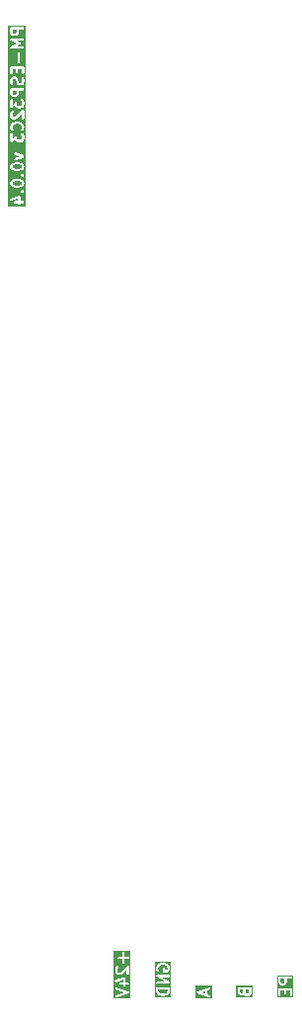
<source format=gbr>
%TF.GenerationSoftware,KiCad,Pcbnew,8.0.7-8.0.7-0~ubuntu24.04.1*%
%TF.CreationDate,2025-01-21T08:38:03+03:00*%
%TF.ProjectId,PM-ESPC3,504d2d45-5350-4433-932e-6b696361645f,rev?*%
%TF.SameCoordinates,Original*%
%TF.FileFunction,Legend,Bot*%
%TF.FilePolarity,Positive*%
%FSLAX46Y46*%
G04 Gerber Fmt 4.6, Leading zero omitted, Abs format (unit mm)*
G04 Created by KiCad (PCBNEW 8.0.7-8.0.7-0~ubuntu24.04.1) date 2025-01-21 08:38:03*
%MOMM*%
%LPD*%
G01*
G04 APERTURE LIST*
%ADD10C,0.200000*%
%ADD11R,1.500000X1.500000*%
%ADD12C,1.500000*%
%ADD13O,1.000000X1.700000*%
%ADD14C,2.000000*%
%ADD15C,1.700000*%
%ADD16R,1.700000X1.700000*%
%ADD17O,1.700000X1.700000*%
G04 APERTURE END LIST*
D10*
G36*
X21852219Y-46963862D02*
G01*
X21822414Y-47023471D01*
X21797746Y-47048138D01*
X21738135Y-47077945D01*
X21642492Y-47077945D01*
X21582882Y-47048140D01*
X21563430Y-47028688D01*
X21528409Y-46923623D01*
X21528409Y-46706517D01*
X21852219Y-46706517D01*
X21852219Y-46963862D01*
G37*
G36*
X21328409Y-46916243D02*
G01*
X21298604Y-46975852D01*
X21273935Y-47000520D01*
X21214326Y-47030326D01*
X21166302Y-47030326D01*
X21106692Y-47000521D01*
X21082024Y-46975852D01*
X21052219Y-46916242D01*
X21052219Y-46706517D01*
X21328409Y-46706517D01*
X21328409Y-46916243D01*
G37*
G36*
X22163330Y-47389056D02*
G01*
X20741108Y-47389056D01*
X20741108Y-46606517D01*
X20852219Y-46606517D01*
X20852219Y-46939850D01*
X20854140Y-46959359D01*
X20855515Y-46962679D01*
X20855770Y-46966263D01*
X20862776Y-46984571D01*
X20910395Y-47079809D01*
X20915680Y-47088205D01*
X20916691Y-47090645D01*
X20918944Y-47093391D01*
X20920838Y-47096399D01*
X20922832Y-47098128D01*
X20929127Y-47105799D01*
X20976746Y-47153417D01*
X20984412Y-47159709D01*
X20986145Y-47161707D01*
X20989153Y-47163600D01*
X20991899Y-47165854D01*
X20994339Y-47166864D01*
X21002736Y-47172150D01*
X21097973Y-47219769D01*
X21116282Y-47226775D01*
X21119865Y-47227029D01*
X21123186Y-47228405D01*
X21142695Y-47230326D01*
X21237933Y-47230326D01*
X21257442Y-47228405D01*
X21260762Y-47227029D01*
X21264346Y-47226775D01*
X21282654Y-47219769D01*
X21377892Y-47172150D01*
X21386288Y-47166864D01*
X21388728Y-47165854D01*
X21391474Y-47163600D01*
X21394482Y-47161707D01*
X21396211Y-47159712D01*
X21403882Y-47153418D01*
X21404670Y-47152629D01*
X21405317Y-47153418D01*
X21452936Y-47201036D01*
X21460602Y-47207328D01*
X21462335Y-47209326D01*
X21465343Y-47211219D01*
X21468089Y-47213473D01*
X21470529Y-47214483D01*
X21478926Y-47219769D01*
X21574163Y-47267388D01*
X21592472Y-47274394D01*
X21596055Y-47274648D01*
X21599376Y-47276024D01*
X21618885Y-47277945D01*
X21761742Y-47277945D01*
X21781251Y-47276024D01*
X21784571Y-47274648D01*
X21788155Y-47274394D01*
X21806463Y-47267388D01*
X21901701Y-47219769D01*
X21910093Y-47214485D01*
X21912537Y-47213474D01*
X21915286Y-47211217D01*
X21918291Y-47209326D01*
X21920020Y-47207331D01*
X21927690Y-47201037D01*
X21975310Y-47153419D01*
X21981603Y-47145750D01*
X21983600Y-47144019D01*
X21985493Y-47141010D01*
X21987747Y-47138265D01*
X21988757Y-47135824D01*
X21994043Y-47127428D01*
X22041662Y-47032191D01*
X22048668Y-47013882D01*
X22048922Y-47010298D01*
X22050298Y-47006978D01*
X22052219Y-46987469D01*
X22052219Y-46606517D01*
X22050298Y-46587008D01*
X22035366Y-46550960D01*
X22007776Y-46523370D01*
X21971728Y-46508438D01*
X21952219Y-46506517D01*
X20952219Y-46506517D01*
X20932710Y-46508438D01*
X20896662Y-46523370D01*
X20869072Y-46550960D01*
X20854140Y-46587008D01*
X20852219Y-46606517D01*
X20741108Y-46606517D01*
X20741108Y-46395406D01*
X22163330Y-46395406D01*
X22163330Y-47389056D01*
G37*
G36*
X24876028Y-46059100D02*
G01*
X24846223Y-46118709D01*
X24821554Y-46143377D01*
X24761945Y-46173183D01*
X24666302Y-46173183D01*
X24606692Y-46143378D01*
X24582024Y-46118709D01*
X24552219Y-46059099D01*
X24552219Y-45801755D01*
X24876028Y-45801755D01*
X24876028Y-46059100D01*
G37*
G36*
X25663330Y-47387135D02*
G01*
X24241108Y-47387135D01*
X24241108Y-46701755D01*
X24352219Y-46701755D01*
X24352219Y-47177945D01*
X24354140Y-47197454D01*
X24369072Y-47233502D01*
X24396662Y-47261092D01*
X24432710Y-47276024D01*
X24471728Y-47276024D01*
X24507776Y-47261092D01*
X24535366Y-47233502D01*
X24550298Y-47197454D01*
X24552219Y-47177945D01*
X24552219Y-46801755D01*
X24828409Y-46801755D01*
X24828409Y-47035088D01*
X24830330Y-47054597D01*
X24845262Y-47090645D01*
X24872852Y-47118235D01*
X24908900Y-47133167D01*
X24947918Y-47133167D01*
X24983966Y-47118235D01*
X25011556Y-47090645D01*
X25026488Y-47054597D01*
X25028409Y-47035088D01*
X25028409Y-46801755D01*
X25352219Y-46801755D01*
X25352219Y-47177945D01*
X25354140Y-47197454D01*
X25369072Y-47233502D01*
X25396662Y-47261092D01*
X25432710Y-47276024D01*
X25471728Y-47276024D01*
X25507776Y-47261092D01*
X25535366Y-47233502D01*
X25550298Y-47197454D01*
X25552219Y-47177945D01*
X25552219Y-46701755D01*
X25550298Y-46682246D01*
X25535366Y-46646198D01*
X25507776Y-46618608D01*
X25471728Y-46603676D01*
X25452219Y-46601755D01*
X24452219Y-46601755D01*
X24432710Y-46603676D01*
X24396662Y-46618608D01*
X24369072Y-46646198D01*
X24354140Y-46682246D01*
X24352219Y-46701755D01*
X24241108Y-46701755D01*
X24241108Y-45701755D01*
X24352219Y-45701755D01*
X24352219Y-46082707D01*
X24354140Y-46102216D01*
X24355515Y-46105536D01*
X24355770Y-46109120D01*
X24362776Y-46127428D01*
X24410395Y-46222666D01*
X24415680Y-46231062D01*
X24416691Y-46233502D01*
X24418944Y-46236248D01*
X24420838Y-46239256D01*
X24422832Y-46240985D01*
X24429127Y-46248656D01*
X24476746Y-46296274D01*
X24484412Y-46302566D01*
X24486145Y-46304564D01*
X24489153Y-46306457D01*
X24491899Y-46308711D01*
X24494339Y-46309721D01*
X24502736Y-46315007D01*
X24597973Y-46362626D01*
X24616282Y-46369632D01*
X24619865Y-46369886D01*
X24623186Y-46371262D01*
X24642695Y-46373183D01*
X24785552Y-46373183D01*
X24805061Y-46371262D01*
X24808381Y-46369886D01*
X24811965Y-46369632D01*
X24830273Y-46362626D01*
X24925511Y-46315007D01*
X24933907Y-46309721D01*
X24936347Y-46308711D01*
X24939093Y-46306457D01*
X24942101Y-46304564D01*
X24943830Y-46302569D01*
X24951501Y-46296275D01*
X24999119Y-46248656D01*
X25005411Y-46240989D01*
X25007409Y-46239257D01*
X25009302Y-46236248D01*
X25011556Y-46233503D01*
X25012566Y-46231062D01*
X25017852Y-46222666D01*
X25065471Y-46127429D01*
X25072477Y-46109120D01*
X25072731Y-46105536D01*
X25074107Y-46102216D01*
X25076028Y-46082707D01*
X25076028Y-45801755D01*
X25452219Y-45801755D01*
X25471728Y-45799834D01*
X25507776Y-45784902D01*
X25535366Y-45757312D01*
X25550298Y-45721264D01*
X25550298Y-45682246D01*
X25535366Y-45646198D01*
X25507776Y-45618608D01*
X25471728Y-45603676D01*
X25452219Y-45601755D01*
X24452219Y-45601755D01*
X24432710Y-45603676D01*
X24396662Y-45618608D01*
X24369072Y-45646198D01*
X24354140Y-45682246D01*
X24352219Y-45701755D01*
X24241108Y-45701755D01*
X24241108Y-45490644D01*
X25663330Y-45490644D01*
X25663330Y-47387135D01*
G37*
G36*
X2226837Y22488357D02*
G01*
X2297746Y22452902D01*
X2322414Y22428235D01*
X2352219Y22368625D01*
X2352219Y22320601D01*
X2322414Y22260992D01*
X2297746Y22236325D01*
X2226837Y22200870D01*
X2058956Y22158899D01*
X1845480Y22158899D01*
X1677599Y22200870D01*
X1606692Y22236323D01*
X1582024Y22260992D01*
X1552219Y22320602D01*
X1552219Y22368625D01*
X1582024Y22428235D01*
X1606692Y22452904D01*
X1677599Y22488357D01*
X1845480Y22530327D01*
X2058956Y22530327D01*
X2226837Y22488357D01*
G37*
G36*
X2226837Y23916928D02*
G01*
X2297746Y23881473D01*
X2322414Y23856806D01*
X2352219Y23797196D01*
X2352219Y23749172D01*
X2322414Y23689563D01*
X2297746Y23664896D01*
X2226837Y23629441D01*
X2058956Y23587470D01*
X1845480Y23587470D01*
X1677599Y23629441D01*
X1606692Y23664894D01*
X1582024Y23689563D01*
X1552219Y23749173D01*
X1552219Y23797196D01*
X1582024Y23856806D01*
X1606692Y23881475D01*
X1677599Y23916928D01*
X1845480Y23958898D01*
X2058956Y23958898D01*
X2226837Y23916928D01*
G37*
G36*
X1876028Y30034887D02*
G01*
X1846223Y29975278D01*
X1821554Y29950610D01*
X1761945Y29920804D01*
X1666302Y29920804D01*
X1606692Y29950609D01*
X1582024Y29975278D01*
X1552219Y30034888D01*
X1552219Y30292232D01*
X1876028Y30292232D01*
X1876028Y30034887D01*
G37*
G36*
X1876028Y35272982D02*
G01*
X1846223Y35213373D01*
X1821554Y35188705D01*
X1761945Y35158899D01*
X1666302Y35158899D01*
X1606692Y35188704D01*
X1582024Y35213373D01*
X1552219Y35272983D01*
X1552219Y35530327D01*
X1876028Y35530327D01*
X1876028Y35272982D01*
G37*
G36*
X2663330Y20373519D02*
G01*
X1194274Y20373519D01*
X1194274Y20951154D01*
X1305385Y20951154D01*
X1317723Y20914138D01*
X1343288Y20884662D01*
X1378187Y20867212D01*
X1417107Y20864446D01*
X1436223Y20868793D01*
X2018885Y21063014D01*
X2018885Y20825566D01*
X1785552Y20825566D01*
X1766043Y20823645D01*
X1729995Y20808713D01*
X1702405Y20781123D01*
X1687473Y20745075D01*
X1687473Y20706057D01*
X1702405Y20670009D01*
X1729995Y20642419D01*
X1766043Y20627487D01*
X1785552Y20625566D01*
X2018885Y20625566D01*
X2018885Y20582709D01*
X2020806Y20563200D01*
X2035738Y20527152D01*
X2063328Y20499562D01*
X2099376Y20484630D01*
X2138394Y20484630D01*
X2174442Y20499562D01*
X2202032Y20527152D01*
X2216964Y20563200D01*
X2218885Y20582709D01*
X2218885Y20625566D01*
X2452219Y20625566D01*
X2471728Y20627487D01*
X2507776Y20642419D01*
X2535366Y20670009D01*
X2550298Y20706057D01*
X2550298Y20745075D01*
X2535366Y20781123D01*
X2507776Y20808713D01*
X2471728Y20823645D01*
X2452219Y20825566D01*
X2218885Y20825566D01*
X2218885Y21201756D01*
X2217912Y21211630D01*
X2218100Y21214263D01*
X2217466Y21216165D01*
X2216964Y21221265D01*
X2210828Y21236078D01*
X2205761Y21251279D01*
X2203407Y21253993D01*
X2202032Y21257313D01*
X2190693Y21268652D01*
X2180196Y21280755D01*
X2176983Y21282362D01*
X2174442Y21284903D01*
X2159627Y21291040D01*
X2145297Y21298205D01*
X2141714Y21298460D01*
X2138394Y21299835D01*
X2122361Y21299835D01*
X2106377Y21300971D01*
X2101382Y21299835D01*
X2099376Y21299835D01*
X2096934Y21298824D01*
X2087262Y21296624D01*
X1372977Y21058529D01*
X1355077Y21050538D01*
X1325601Y21024973D01*
X1308151Y20990074D01*
X1305385Y20951154D01*
X1194274Y20951154D01*
X1194274Y21649836D01*
X2258901Y21649836D01*
X2258901Y21610818D01*
X2260385Y21607235D01*
X2273832Y21574770D01*
X2273833Y21574769D01*
X2286270Y21559616D01*
X2333890Y21511997D01*
X2349043Y21499560D01*
X2374533Y21489003D01*
X2385091Y21484629D01*
X2385092Y21484629D01*
X2424109Y21484629D01*
X2445226Y21493377D01*
X2460158Y21499561D01*
X2460162Y21499566D01*
X2475311Y21511997D01*
X2522929Y21559616D01*
X2535366Y21574769D01*
X2546735Y21602217D01*
X2550298Y21610818D01*
X2550298Y21649836D01*
X2535366Y21685884D01*
X2535366Y21685885D01*
X2522929Y21701038D01*
X2475311Y21748657D01*
X2460162Y21761089D01*
X2460158Y21761093D01*
X2445226Y21767278D01*
X2424109Y21776025D01*
X2385091Y21776025D01*
X2374533Y21771652D01*
X2349043Y21761094D01*
X2333890Y21748657D01*
X2286270Y21701038D01*
X2273833Y21685885D01*
X2273832Y21685884D01*
X2263274Y21660394D01*
X2258901Y21649836D01*
X1194274Y21649836D01*
X1194274Y22392232D01*
X1352219Y22392232D01*
X1352219Y22296994D01*
X1354140Y22277485D01*
X1355515Y22274165D01*
X1355770Y22270581D01*
X1362776Y22252273D01*
X1410395Y22157035D01*
X1415680Y22148639D01*
X1416691Y22146199D01*
X1418944Y22143453D01*
X1420838Y22140445D01*
X1422832Y22138716D01*
X1429127Y22131045D01*
X1476746Y22083427D01*
X1484412Y22077135D01*
X1486145Y22075137D01*
X1489153Y22073244D01*
X1491899Y22070990D01*
X1494339Y22069980D01*
X1502736Y22064694D01*
X1597973Y22017075D01*
X1599401Y22016529D01*
X1599981Y22016099D01*
X1608157Y22013178D01*
X1616282Y22010069D01*
X1617002Y22010018D01*
X1618441Y22009504D01*
X1808917Y21961885D01*
X1812298Y21961385D01*
X1813662Y21960820D01*
X1821012Y21960097D01*
X1828310Y21959017D01*
X1829768Y21959235D01*
X1833171Y21958899D01*
X2071266Y21958899D01*
X2074668Y21959235D01*
X2076127Y21959017D01*
X2083424Y21960097D01*
X2090775Y21960820D01*
X2092138Y21961385D01*
X2095520Y21961885D01*
X2285995Y22009504D01*
X2287432Y22010018D01*
X2288155Y22010069D01*
X2296279Y22013178D01*
X2304456Y22016099D01*
X2305036Y22016530D01*
X2306463Y22017075D01*
X2401701Y22064694D01*
X2410093Y22069978D01*
X2412537Y22070989D01*
X2415286Y22073246D01*
X2418291Y22075137D01*
X2420020Y22077132D01*
X2427690Y22083426D01*
X2475310Y22131044D01*
X2481603Y22138713D01*
X2483600Y22140444D01*
X2485493Y22143453D01*
X2487747Y22146198D01*
X2488757Y22148639D01*
X2494043Y22157035D01*
X2541662Y22252272D01*
X2548668Y22270581D01*
X2548922Y22274165D01*
X2550298Y22277485D01*
X2552219Y22296994D01*
X2552219Y22392232D01*
X2550298Y22411741D01*
X2548922Y22415062D01*
X2548668Y22418645D01*
X2541662Y22436954D01*
X2494043Y22532191D01*
X2488757Y22540588D01*
X2487747Y22543028D01*
X2485493Y22545774D01*
X2483600Y22548782D01*
X2481603Y22550514D01*
X2475310Y22558182D01*
X2427690Y22605800D01*
X2420020Y22612095D01*
X2418291Y22614089D01*
X2415286Y22615981D01*
X2412537Y22618237D01*
X2410093Y22619249D01*
X2401701Y22624532D01*
X2306463Y22672151D01*
X2305036Y22672697D01*
X2304456Y22673127D01*
X2296279Y22676049D01*
X2288155Y22679157D01*
X2287432Y22679209D01*
X2285995Y22679722D01*
X2095520Y22727341D01*
X2092138Y22727842D01*
X2090775Y22728406D01*
X2083424Y22729130D01*
X2076127Y22730209D01*
X2074668Y22729992D01*
X2071266Y22730327D01*
X1833171Y22730327D01*
X1829768Y22729992D01*
X1828310Y22730209D01*
X1821012Y22729130D01*
X1813662Y22728406D01*
X1812298Y22727842D01*
X1808917Y22727341D01*
X1618441Y22679722D01*
X1617002Y22679209D01*
X1616282Y22679157D01*
X1608157Y22676049D01*
X1599981Y22673127D01*
X1599401Y22672698D01*
X1597973Y22672151D01*
X1502736Y22624532D01*
X1494339Y22619247D01*
X1491899Y22618236D01*
X1489153Y22615983D01*
X1486145Y22614089D01*
X1484412Y22612092D01*
X1476746Y22605799D01*
X1429127Y22558181D01*
X1422832Y22550511D01*
X1420838Y22548781D01*
X1418944Y22545774D01*
X1416691Y22543027D01*
X1415680Y22540588D01*
X1410395Y22532191D01*
X1362776Y22436953D01*
X1355770Y22418645D01*
X1355515Y22415062D01*
X1354140Y22411741D01*
X1352219Y22392232D01*
X1194274Y22392232D01*
X1194274Y23078407D01*
X2258901Y23078407D01*
X2258901Y23039389D01*
X2260385Y23035806D01*
X2273832Y23003341D01*
X2273833Y23003340D01*
X2286270Y22988187D01*
X2333890Y22940568D01*
X2349043Y22928131D01*
X2374533Y22917574D01*
X2385091Y22913200D01*
X2385092Y22913200D01*
X2424109Y22913200D01*
X2445226Y22921948D01*
X2460158Y22928132D01*
X2460162Y22928137D01*
X2475311Y22940568D01*
X2522929Y22988187D01*
X2535366Y23003340D01*
X2546735Y23030788D01*
X2550298Y23039389D01*
X2550298Y23078407D01*
X2535366Y23114455D01*
X2535366Y23114456D01*
X2522929Y23129609D01*
X2475311Y23177228D01*
X2460162Y23189660D01*
X2460158Y23189664D01*
X2445226Y23195849D01*
X2424109Y23204596D01*
X2385091Y23204596D01*
X2374533Y23200223D01*
X2349043Y23189665D01*
X2333890Y23177228D01*
X2286270Y23129609D01*
X2273833Y23114456D01*
X2273832Y23114455D01*
X2263274Y23088965D01*
X2258901Y23078407D01*
X1194274Y23078407D01*
X1194274Y23820803D01*
X1352219Y23820803D01*
X1352219Y23725565D01*
X1354140Y23706056D01*
X1355515Y23702736D01*
X1355770Y23699152D01*
X1362776Y23680844D01*
X1410395Y23585606D01*
X1415680Y23577210D01*
X1416691Y23574770D01*
X1418944Y23572024D01*
X1420838Y23569016D01*
X1422832Y23567287D01*
X1429127Y23559616D01*
X1476746Y23511998D01*
X1484412Y23505706D01*
X1486145Y23503708D01*
X1489153Y23501815D01*
X1491899Y23499561D01*
X1494339Y23498551D01*
X1502736Y23493265D01*
X1597973Y23445646D01*
X1599401Y23445100D01*
X1599981Y23444670D01*
X1608157Y23441749D01*
X1616282Y23438640D01*
X1617002Y23438589D01*
X1618441Y23438075D01*
X1808917Y23390456D01*
X1812298Y23389956D01*
X1813662Y23389391D01*
X1821012Y23388668D01*
X1828310Y23387588D01*
X1829768Y23387806D01*
X1833171Y23387470D01*
X2071266Y23387470D01*
X2074668Y23387806D01*
X2076127Y23387588D01*
X2083424Y23388668D01*
X2090775Y23389391D01*
X2092138Y23389956D01*
X2095520Y23390456D01*
X2285995Y23438075D01*
X2287432Y23438589D01*
X2288155Y23438640D01*
X2296279Y23441749D01*
X2304456Y23444670D01*
X2305036Y23445101D01*
X2306463Y23445646D01*
X2401701Y23493265D01*
X2410093Y23498549D01*
X2412537Y23499560D01*
X2415286Y23501817D01*
X2418291Y23503708D01*
X2420020Y23505703D01*
X2427690Y23511997D01*
X2475310Y23559615D01*
X2481603Y23567284D01*
X2483600Y23569015D01*
X2485493Y23572024D01*
X2487747Y23574769D01*
X2488757Y23577210D01*
X2494043Y23585606D01*
X2541662Y23680843D01*
X2548668Y23699152D01*
X2548922Y23702736D01*
X2550298Y23706056D01*
X2552219Y23725565D01*
X2552219Y23820803D01*
X2550298Y23840312D01*
X2548922Y23843633D01*
X2548668Y23847216D01*
X2541662Y23865525D01*
X2494043Y23960762D01*
X2488757Y23969159D01*
X2487747Y23971599D01*
X2485493Y23974345D01*
X2483600Y23977353D01*
X2481603Y23979085D01*
X2475310Y23986753D01*
X2427690Y24034371D01*
X2420020Y24040666D01*
X2418291Y24042660D01*
X2415286Y24044552D01*
X2412537Y24046808D01*
X2410093Y24047820D01*
X2401701Y24053103D01*
X2306463Y24100722D01*
X2305036Y24101268D01*
X2304456Y24101698D01*
X2296279Y24104620D01*
X2288155Y24107728D01*
X2287432Y24107780D01*
X2285995Y24108293D01*
X2095520Y24155912D01*
X2092138Y24156413D01*
X2090775Y24156977D01*
X2083424Y24157701D01*
X2076127Y24158780D01*
X2074668Y24158563D01*
X2071266Y24158898D01*
X1833171Y24158898D01*
X1829768Y24158563D01*
X1828310Y24158780D01*
X1821012Y24157701D01*
X1813662Y24156977D01*
X1812298Y24156413D01*
X1808917Y24155912D01*
X1618441Y24108293D01*
X1617002Y24107780D01*
X1616282Y24107728D01*
X1608157Y24104620D01*
X1599981Y24101698D01*
X1599401Y24101269D01*
X1597973Y24100722D01*
X1502736Y24053103D01*
X1494339Y24047818D01*
X1491899Y24046807D01*
X1489153Y24044554D01*
X1486145Y24042660D01*
X1484412Y24040663D01*
X1476746Y24034370D01*
X1429127Y23986752D01*
X1422832Y23979082D01*
X1420838Y23977352D01*
X1418944Y23974345D01*
X1416691Y23971598D01*
X1415680Y23969159D01*
X1410395Y23960762D01*
X1362776Y23865524D01*
X1355770Y23847216D01*
X1355515Y23843633D01*
X1354140Y23840312D01*
X1352219Y23820803D01*
X1194274Y23820803D01*
X1194274Y24883037D01*
X1686625Y24883037D01*
X1688563Y24844067D01*
X1705266Y24808805D01*
X1734192Y24782618D01*
X1751918Y24774248D01*
X2154897Y24630327D01*
X1751918Y24486406D01*
X1734192Y24478036D01*
X1705266Y24451849D01*
X1688563Y24416587D01*
X1686625Y24377617D01*
X1699748Y24340872D01*
X1725935Y24311946D01*
X1761197Y24295243D01*
X1800167Y24293305D01*
X1819186Y24298058D01*
X2485852Y24536153D01*
X2503579Y24544523D01*
X2507301Y24547894D01*
X2511836Y24550041D01*
X2521657Y24560891D01*
X2532504Y24570710D01*
X2534651Y24575245D01*
X2538022Y24578967D01*
X2542943Y24592749D01*
X2549208Y24605972D01*
X2549457Y24610987D01*
X2551145Y24615712D01*
X2550418Y24630327D01*
X2551145Y24644942D01*
X2549457Y24649668D01*
X2549208Y24654682D01*
X2542943Y24667906D01*
X2538022Y24681687D01*
X2534651Y24685410D01*
X2532504Y24689944D01*
X2521657Y24699764D01*
X2511836Y24710613D01*
X2507301Y24712761D01*
X2503579Y24716131D01*
X2485852Y24724501D01*
X1819186Y24962596D01*
X1800167Y24967349D01*
X1761197Y24965411D01*
X1725935Y24948708D01*
X1699748Y24919782D01*
X1686625Y24883037D01*
X1194274Y24883037D01*
X1194274Y26582708D01*
X1352219Y26582708D01*
X1352219Y25963661D01*
X1353234Y25953344D01*
X1353060Y25950719D01*
X1353671Y25948912D01*
X1354140Y25944152D01*
X1360355Y25929147D01*
X1365560Y25913758D01*
X1367781Y25911219D01*
X1369072Y25908104D01*
X1380556Y25896620D01*
X1391254Y25884394D01*
X1394277Y25882899D01*
X1396662Y25880514D01*
X1411668Y25874298D01*
X1426229Y25867097D01*
X1429594Y25866873D01*
X1432710Y25865582D01*
X1448958Y25865582D01*
X1465161Y25864502D01*
X1468354Y25865582D01*
X1471728Y25865582D01*
X1486733Y25871798D01*
X1502122Y25877002D01*
X1506012Y25879784D01*
X1507776Y25880514D01*
X1509635Y25882374D01*
X1518069Y25888403D01*
X1751923Y26093026D01*
X1791347Y26014178D01*
X1796632Y26005782D01*
X1797643Y26003342D01*
X1799896Y26000596D01*
X1801790Y25997588D01*
X1803784Y25995859D01*
X1810079Y25988188D01*
X1857698Y25940570D01*
X1865364Y25934278D01*
X1867097Y25932280D01*
X1870105Y25930387D01*
X1872851Y25928133D01*
X1875291Y25927123D01*
X1883688Y25921837D01*
X1978925Y25874218D01*
X1997234Y25867212D01*
X2000817Y25866958D01*
X2004138Y25865582D01*
X2023647Y25863661D01*
X2261742Y25863661D01*
X2281251Y25865582D01*
X2284571Y25866958D01*
X2288155Y25867212D01*
X2306463Y25874218D01*
X2401701Y25921837D01*
X2410093Y25927121D01*
X2412537Y25928132D01*
X2415286Y25930389D01*
X2418291Y25932280D01*
X2420020Y25934275D01*
X2427690Y25940569D01*
X2475310Y25988187D01*
X2481603Y25995856D01*
X2483600Y25997587D01*
X2485493Y26000596D01*
X2487747Y26003341D01*
X2488757Y26005782D01*
X2494043Y26014178D01*
X2541662Y26109415D01*
X2548668Y26127724D01*
X2548922Y26131308D01*
X2550298Y26134628D01*
X2552219Y26154137D01*
X2552219Y26439851D01*
X2550298Y26459360D01*
X2548922Y26462681D01*
X2548668Y26466264D01*
X2541662Y26484573D01*
X2494043Y26579810D01*
X2488757Y26588207D01*
X2487747Y26590647D01*
X2485493Y26593393D01*
X2483600Y26596401D01*
X2481603Y26598133D01*
X2475310Y26605801D01*
X2427690Y26653419D01*
X2412537Y26665856D01*
X2376488Y26680787D01*
X2337470Y26680786D01*
X2301422Y26665855D01*
X2273832Y26638265D01*
X2258901Y26602216D01*
X2258902Y26563198D01*
X2273833Y26527150D01*
X2286270Y26511997D01*
X2322414Y26475854D01*
X2352219Y26416244D01*
X2352219Y26177744D01*
X2322414Y26118135D01*
X2297746Y26093468D01*
X2238135Y26063661D01*
X2047254Y26063661D01*
X1987644Y26093466D01*
X1962976Y26118135D01*
X1933171Y26177745D01*
X1933171Y26296994D01*
X1932155Y26307312D01*
X1932330Y26309936D01*
X1931718Y26311744D01*
X1931250Y26316503D01*
X1925035Y26331507D01*
X1919830Y26346898D01*
X1917607Y26349438D01*
X1916318Y26352551D01*
X1904840Y26364029D01*
X1894136Y26376262D01*
X1891111Y26377758D01*
X1888728Y26380141D01*
X1873726Y26386356D01*
X1859161Y26393558D01*
X1855795Y26393783D01*
X1852680Y26395073D01*
X1836432Y26395073D01*
X1820229Y26396153D01*
X1817036Y26395073D01*
X1813662Y26395073D01*
X1798656Y26388858D01*
X1783268Y26383653D01*
X1779377Y26380872D01*
X1777614Y26380141D01*
X1775754Y26378282D01*
X1767321Y26372252D01*
X1552219Y26184038D01*
X1552219Y26582708D01*
X1550298Y26602217D01*
X1535366Y26638265D01*
X1507776Y26665855D01*
X1471728Y26680787D01*
X1432710Y26680787D01*
X1396662Y26665855D01*
X1369072Y26638265D01*
X1354140Y26602217D01*
X1352219Y26582708D01*
X1194274Y26582708D01*
X1194274Y27201756D01*
X1352219Y27201756D01*
X1352219Y27106518D01*
X1353191Y27096645D01*
X1353004Y27094011D01*
X1353791Y27090548D01*
X1354140Y27087009D01*
X1355151Y27084567D01*
X1357351Y27074895D01*
X1404970Y26932039D01*
X1412961Y26914138D01*
X1415316Y26911423D01*
X1416691Y26908104D01*
X1429127Y26892950D01*
X1476746Y26845332D01*
X1491899Y26832895D01*
X1527948Y26817964D01*
X1566966Y26817964D01*
X1603014Y26832895D01*
X1630604Y26860485D01*
X1645535Y26896533D01*
X1645535Y26935551D01*
X1630604Y26971600D01*
X1618167Y26986753D01*
X1587240Y27017680D01*
X1552219Y27122745D01*
X1552219Y27185529D01*
X1587240Y27290594D01*
X1654313Y27357666D01*
X1725218Y27393119D01*
X1893099Y27435089D01*
X2011337Y27435089D01*
X2179218Y27393119D01*
X2250127Y27357665D01*
X2317197Y27290595D01*
X2352219Y27185530D01*
X2352219Y27122745D01*
X2317197Y27017680D01*
X2286270Y26986753D01*
X2273833Y26971600D01*
X2258902Y26935552D01*
X2258901Y26896534D01*
X2273832Y26860485D01*
X2301422Y26832895D01*
X2337470Y26817964D01*
X2376488Y26817963D01*
X2412537Y26832894D01*
X2427690Y26845331D01*
X2475310Y26892949D01*
X2487747Y26908103D01*
X2489122Y26911423D01*
X2491477Y26914138D01*
X2499468Y26932038D01*
X2547087Y27074895D01*
X2549286Y27084568D01*
X2550298Y27087009D01*
X2550646Y27090547D01*
X2551434Y27094010D01*
X2551246Y27096645D01*
X2552219Y27106518D01*
X2552219Y27201756D01*
X2551246Y27211630D01*
X2551434Y27214264D01*
X2550646Y27217728D01*
X2550298Y27221265D01*
X2549286Y27223707D01*
X2547087Y27233379D01*
X2499468Y27376236D01*
X2491477Y27394136D01*
X2489122Y27396852D01*
X2487747Y27400171D01*
X2475311Y27415324D01*
X2380071Y27510562D01*
X2372401Y27516857D01*
X2370672Y27518851D01*
X2367667Y27520743D01*
X2364918Y27522999D01*
X2362474Y27524012D01*
X2354082Y27529294D01*
X2258844Y27576913D01*
X2257417Y27577459D01*
X2256837Y27577889D01*
X2248660Y27580811D01*
X2240536Y27583919D01*
X2239813Y27583971D01*
X2238376Y27584484D01*
X2047901Y27632103D01*
X2044519Y27632604D01*
X2043156Y27633168D01*
X2035805Y27633892D01*
X2028508Y27634971D01*
X2027049Y27634754D01*
X2023647Y27635089D01*
X1880790Y27635089D01*
X1877387Y27634754D01*
X1875929Y27634971D01*
X1868631Y27633892D01*
X1861281Y27633168D01*
X1859917Y27632604D01*
X1856536Y27632103D01*
X1666060Y27584484D01*
X1664621Y27583971D01*
X1663901Y27583919D01*
X1655776Y27580811D01*
X1647600Y27577889D01*
X1647020Y27577460D01*
X1645592Y27576913D01*
X1550355Y27529294D01*
X1541956Y27524008D01*
X1539519Y27522998D01*
X1536775Y27520747D01*
X1533764Y27518851D01*
X1532031Y27516854D01*
X1524365Y27510562D01*
X1429127Y27415324D01*
X1416691Y27400170D01*
X1415316Y27396852D01*
X1412961Y27394136D01*
X1404970Y27376235D01*
X1357351Y27233379D01*
X1355151Y27223708D01*
X1354140Y27221265D01*
X1353791Y27217727D01*
X1353004Y27214263D01*
X1353191Y27211630D01*
X1352219Y27201756D01*
X1194274Y27201756D01*
X1194274Y28344613D01*
X1352219Y28344613D01*
X1352219Y28106518D01*
X1354140Y28087009D01*
X1355515Y28083689D01*
X1355770Y28080105D01*
X1362776Y28061797D01*
X1410395Y27966559D01*
X1415680Y27958163D01*
X1416691Y27955723D01*
X1418944Y27952977D01*
X1420838Y27949969D01*
X1422832Y27948240D01*
X1429127Y27940569D01*
X1476746Y27892951D01*
X1484412Y27886659D01*
X1486145Y27884661D01*
X1489153Y27882768D01*
X1491899Y27880514D01*
X1494339Y27879504D01*
X1502736Y27874218D01*
X1597973Y27826599D01*
X1616282Y27819593D01*
X1619865Y27819339D01*
X1623186Y27817963D01*
X1642695Y27816042D01*
X1737933Y27816042D01*
X1747806Y27817015D01*
X1750440Y27816827D01*
X1753903Y27817615D01*
X1757442Y27817963D01*
X1759884Y27818975D01*
X1769556Y27821174D01*
X1912412Y27868793D01*
X1930313Y27876784D01*
X1933028Y27879140D01*
X1936347Y27880514D01*
X1951501Y27892950D01*
X2352219Y28293668D01*
X2352219Y27916042D01*
X2354140Y27896533D01*
X2369072Y27860485D01*
X2396662Y27832895D01*
X2432710Y27817963D01*
X2471728Y27817963D01*
X2507776Y27832895D01*
X2535366Y27860485D01*
X2550298Y27896533D01*
X2552219Y27916042D01*
X2552219Y28535089D01*
X2550298Y28554598D01*
X2535366Y28590646D01*
X2507776Y28618236D01*
X2471728Y28633168D01*
X2432710Y28633168D01*
X2396662Y28618236D01*
X2381508Y28605800D01*
X1826770Y28051064D01*
X1721706Y28016042D01*
X1666302Y28016042D01*
X1606692Y28045847D01*
X1582024Y28070516D01*
X1552219Y28130126D01*
X1552219Y28321006D01*
X1582024Y28380616D01*
X1618167Y28416759D01*
X1630604Y28431912D01*
X1645535Y28467961D01*
X1645535Y28506979D01*
X1630604Y28543027D01*
X1603014Y28570617D01*
X1566966Y28585548D01*
X1527948Y28585548D01*
X1491899Y28570617D01*
X1476746Y28558180D01*
X1429127Y28510562D01*
X1422832Y28502892D01*
X1420838Y28501162D01*
X1418944Y28498155D01*
X1416691Y28495408D01*
X1415680Y28492969D01*
X1410395Y28484572D01*
X1362776Y28389334D01*
X1355770Y28371026D01*
X1355515Y28367443D01*
X1354140Y28364122D01*
X1352219Y28344613D01*
X1194274Y28344613D01*
X1194274Y29487470D01*
X1352219Y29487470D01*
X1352219Y28868423D01*
X1353234Y28858106D01*
X1353060Y28855481D01*
X1353671Y28853674D01*
X1354140Y28848914D01*
X1360355Y28833909D01*
X1365560Y28818520D01*
X1367781Y28815981D01*
X1369072Y28812866D01*
X1380556Y28801382D01*
X1391254Y28789156D01*
X1394277Y28787661D01*
X1396662Y28785276D01*
X1411668Y28779060D01*
X1426229Y28771859D01*
X1429594Y28771635D01*
X1432710Y28770344D01*
X1448958Y28770344D01*
X1465161Y28769264D01*
X1468354Y28770344D01*
X1471728Y28770344D01*
X1486733Y28776560D01*
X1502122Y28781764D01*
X1506012Y28784546D01*
X1507776Y28785276D01*
X1509635Y28787136D01*
X1518069Y28793165D01*
X1751923Y28997788D01*
X1791347Y28918940D01*
X1796632Y28910544D01*
X1797643Y28908104D01*
X1799896Y28905358D01*
X1801790Y28902350D01*
X1803784Y28900621D01*
X1810079Y28892950D01*
X1857698Y28845332D01*
X1865364Y28839040D01*
X1867097Y28837042D01*
X1870105Y28835149D01*
X1872851Y28832895D01*
X1875291Y28831885D01*
X1883688Y28826599D01*
X1978925Y28778980D01*
X1997234Y28771974D01*
X2000817Y28771720D01*
X2004138Y28770344D01*
X2023647Y28768423D01*
X2261742Y28768423D01*
X2281251Y28770344D01*
X2284571Y28771720D01*
X2288155Y28771974D01*
X2306463Y28778980D01*
X2401701Y28826599D01*
X2410093Y28831883D01*
X2412537Y28832894D01*
X2415286Y28835151D01*
X2418291Y28837042D01*
X2420020Y28839037D01*
X2427690Y28845331D01*
X2475310Y28892949D01*
X2481603Y28900618D01*
X2483600Y28902349D01*
X2485493Y28905358D01*
X2487747Y28908103D01*
X2488757Y28910544D01*
X2494043Y28918940D01*
X2541662Y29014177D01*
X2548668Y29032486D01*
X2548922Y29036070D01*
X2550298Y29039390D01*
X2552219Y29058899D01*
X2552219Y29344613D01*
X2550298Y29364122D01*
X2548922Y29367443D01*
X2548668Y29371026D01*
X2541662Y29389335D01*
X2494043Y29484572D01*
X2488757Y29492969D01*
X2487747Y29495409D01*
X2485493Y29498155D01*
X2483600Y29501163D01*
X2481603Y29502895D01*
X2475310Y29510563D01*
X2427690Y29558181D01*
X2412537Y29570618D01*
X2376488Y29585549D01*
X2337470Y29585548D01*
X2301422Y29570617D01*
X2273832Y29543027D01*
X2258901Y29506978D01*
X2258902Y29467960D01*
X2273833Y29431912D01*
X2286270Y29416759D01*
X2322414Y29380616D01*
X2352219Y29321006D01*
X2352219Y29082506D01*
X2322414Y29022897D01*
X2297746Y28998230D01*
X2238135Y28968423D01*
X2047254Y28968423D01*
X1987644Y28998228D01*
X1962976Y29022897D01*
X1933171Y29082507D01*
X1933171Y29201756D01*
X1932155Y29212074D01*
X1932330Y29214698D01*
X1931718Y29216506D01*
X1931250Y29221265D01*
X1925035Y29236269D01*
X1919830Y29251660D01*
X1917607Y29254200D01*
X1916318Y29257313D01*
X1904840Y29268791D01*
X1894136Y29281024D01*
X1891111Y29282520D01*
X1888728Y29284903D01*
X1873726Y29291118D01*
X1859161Y29298320D01*
X1855795Y29298545D01*
X1852680Y29299835D01*
X1836432Y29299835D01*
X1820229Y29300915D01*
X1817036Y29299835D01*
X1813662Y29299835D01*
X1798656Y29293620D01*
X1783268Y29288415D01*
X1779377Y29285634D01*
X1777614Y29284903D01*
X1775754Y29283044D01*
X1767321Y29277014D01*
X1552219Y29088800D01*
X1552219Y29487470D01*
X1550298Y29506979D01*
X1535366Y29543027D01*
X1507776Y29570617D01*
X1471728Y29585549D01*
X1432710Y29585549D01*
X1396662Y29570617D01*
X1369072Y29543027D01*
X1354140Y29506979D01*
X1352219Y29487470D01*
X1194274Y29487470D01*
X1194274Y30392232D01*
X1352219Y30392232D01*
X1352219Y30011280D01*
X1354140Y29991771D01*
X1355515Y29988451D01*
X1355770Y29984867D01*
X1362776Y29966559D01*
X1410395Y29871321D01*
X1415680Y29862925D01*
X1416691Y29860485D01*
X1418944Y29857739D01*
X1420838Y29854731D01*
X1422832Y29853002D01*
X1429127Y29845331D01*
X1476746Y29797713D01*
X1484412Y29791421D01*
X1486145Y29789423D01*
X1489153Y29787530D01*
X1491899Y29785276D01*
X1494339Y29784266D01*
X1502736Y29778980D01*
X1597973Y29731361D01*
X1616282Y29724355D01*
X1619865Y29724101D01*
X1623186Y29722725D01*
X1642695Y29720804D01*
X1785552Y29720804D01*
X1805061Y29722725D01*
X1808381Y29724101D01*
X1811965Y29724355D01*
X1830273Y29731361D01*
X1925511Y29778980D01*
X1933907Y29784266D01*
X1936347Y29785276D01*
X1939093Y29787530D01*
X1942101Y29789423D01*
X1943830Y29791418D01*
X1951501Y29797712D01*
X1999119Y29845331D01*
X2005411Y29852998D01*
X2007409Y29854730D01*
X2009302Y29857739D01*
X2011556Y29860484D01*
X2012566Y29862925D01*
X2017852Y29871321D01*
X2065471Y29966558D01*
X2072477Y29984867D01*
X2072731Y29988451D01*
X2074107Y29991771D01*
X2076028Y30011280D01*
X2076028Y30292232D01*
X2452219Y30292232D01*
X2471728Y30294153D01*
X2507776Y30309085D01*
X2535366Y30336675D01*
X2550298Y30372723D01*
X2550298Y30411741D01*
X2535366Y30447789D01*
X2507776Y30475379D01*
X2471728Y30490311D01*
X2452219Y30492232D01*
X1452219Y30492232D01*
X1432710Y30490311D01*
X1396662Y30475379D01*
X1369072Y30447789D01*
X1354140Y30411741D01*
X1352219Y30392232D01*
X1194274Y30392232D01*
X1194274Y31201756D01*
X1352219Y31201756D01*
X1352219Y30963661D01*
X1353191Y30953788D01*
X1353004Y30951154D01*
X1353791Y30947691D01*
X1354140Y30944152D01*
X1355151Y30941710D01*
X1357351Y30932038D01*
X1404970Y30789182D01*
X1412961Y30771281D01*
X1438526Y30741805D01*
X1473425Y30724356D01*
X1512345Y30721589D01*
X1549361Y30733928D01*
X1578837Y30759493D01*
X1596287Y30794392D01*
X1599053Y30833312D01*
X1594706Y30852427D01*
X1552219Y30979888D01*
X1552219Y31178149D01*
X1582024Y31237759D01*
X1606692Y31262428D01*
X1666302Y31292232D01*
X1714326Y31292232D01*
X1773935Y31262427D01*
X1798604Y31237759D01*
X1834057Y31166852D01*
X1879014Y30987027D01*
X1879527Y30985590D01*
X1879579Y30984867D01*
X1882687Y30976743D01*
X1885609Y30968566D01*
X1886039Y30967986D01*
X1886585Y30966559D01*
X1934204Y30871321D01*
X1939489Y30862925D01*
X1940500Y30860485D01*
X1942753Y30857739D01*
X1944647Y30854731D01*
X1946641Y30853002D01*
X1952936Y30845331D01*
X2000555Y30797713D01*
X2008221Y30791421D01*
X2009954Y30789423D01*
X2012962Y30787530D01*
X2015708Y30785276D01*
X2018148Y30784266D01*
X2026545Y30778980D01*
X2121782Y30731361D01*
X2140091Y30724355D01*
X2143674Y30724101D01*
X2146995Y30722725D01*
X2166504Y30720804D01*
X2261742Y30720804D01*
X2281251Y30722725D01*
X2284571Y30724101D01*
X2288155Y30724355D01*
X2306463Y30731361D01*
X2401701Y30778980D01*
X2410093Y30784264D01*
X2412537Y30785275D01*
X2415286Y30787532D01*
X2418291Y30789423D01*
X2420020Y30791418D01*
X2427690Y30797712D01*
X2475310Y30845330D01*
X2481603Y30852999D01*
X2483600Y30854730D01*
X2485493Y30857739D01*
X2487747Y30860484D01*
X2488757Y30862925D01*
X2494043Y30871321D01*
X2541662Y30966558D01*
X2548668Y30984867D01*
X2548922Y30988451D01*
X2550298Y30991771D01*
X2552219Y31011280D01*
X2552219Y31249375D01*
X2551246Y31259249D01*
X2551434Y31261883D01*
X2550646Y31265347D01*
X2550298Y31268884D01*
X2549286Y31271326D01*
X2547087Y31280998D01*
X2499468Y31423855D01*
X2491477Y31441755D01*
X2465912Y31471231D01*
X2431013Y31488681D01*
X2392093Y31491447D01*
X2355077Y31479109D01*
X2325601Y31453544D01*
X2308151Y31418645D01*
X2305385Y31379725D01*
X2309732Y31360609D01*
X2352219Y31233149D01*
X2352219Y31034887D01*
X2322414Y30975278D01*
X2297746Y30950611D01*
X2238135Y30920804D01*
X2190111Y30920804D01*
X2130501Y30950609D01*
X2105833Y30975278D01*
X2070379Y31046185D01*
X2025423Y31226010D01*
X2024909Y31227449D01*
X2024858Y31228169D01*
X2021749Y31236294D01*
X2018828Y31244470D01*
X2018398Y31245050D01*
X2017852Y31246478D01*
X1970233Y31341715D01*
X1964947Y31350112D01*
X1963937Y31352552D01*
X1961683Y31355298D01*
X1959790Y31358306D01*
X1957792Y31360039D01*
X1951500Y31367705D01*
X1903882Y31415324D01*
X1896211Y31421619D01*
X1894482Y31423613D01*
X1891474Y31425507D01*
X1888728Y31427760D01*
X1886288Y31428771D01*
X1877892Y31434056D01*
X1782654Y31481675D01*
X1764346Y31488681D01*
X1760762Y31488936D01*
X1757442Y31490311D01*
X1737933Y31492232D01*
X1642695Y31492232D01*
X1623186Y31490311D01*
X1619865Y31488936D01*
X1616282Y31488681D01*
X1597973Y31481675D01*
X1502736Y31434056D01*
X1494339Y31428771D01*
X1491899Y31427760D01*
X1489153Y31425507D01*
X1486145Y31423613D01*
X1484412Y31421616D01*
X1476746Y31415323D01*
X1429127Y31367705D01*
X1422832Y31360035D01*
X1420838Y31358305D01*
X1418944Y31355298D01*
X1416691Y31352551D01*
X1415680Y31350112D01*
X1410395Y31341715D01*
X1362776Y31246477D01*
X1355770Y31228169D01*
X1355515Y31224586D01*
X1354140Y31221265D01*
X1352219Y31201756D01*
X1194274Y31201756D01*
X1194274Y32249375D01*
X1352219Y32249375D01*
X1352219Y31773185D01*
X1354140Y31753676D01*
X1369072Y31717628D01*
X1396662Y31690038D01*
X1432710Y31675106D01*
X1471728Y31675106D01*
X1507776Y31690038D01*
X1535366Y31717628D01*
X1550298Y31753676D01*
X1552219Y31773185D01*
X1552219Y32149375D01*
X1828409Y32149375D01*
X1828409Y31916042D01*
X1830330Y31896533D01*
X1845262Y31860485D01*
X1872852Y31832895D01*
X1908900Y31817963D01*
X1947918Y31817963D01*
X1983966Y31832895D01*
X2011556Y31860485D01*
X2026488Y31896533D01*
X2028409Y31916042D01*
X2028409Y32149375D01*
X2352219Y32149375D01*
X2352219Y31773185D01*
X2354140Y31753676D01*
X2369072Y31717628D01*
X2396662Y31690038D01*
X2432710Y31675106D01*
X2471728Y31675106D01*
X2507776Y31690038D01*
X2535366Y31717628D01*
X2550298Y31753676D01*
X2552219Y31773185D01*
X2552219Y32249375D01*
X2550298Y32268884D01*
X2535366Y32304932D01*
X2507776Y32332522D01*
X2471728Y32347454D01*
X2452219Y32349375D01*
X1452219Y32349375D01*
X1432710Y32347454D01*
X1396662Y32332522D01*
X1369072Y32304932D01*
X1354140Y32268884D01*
X1352219Y32249375D01*
X1194274Y32249375D01*
X1194274Y33487470D01*
X1971266Y33487470D01*
X1971266Y32725565D01*
X1973187Y32706056D01*
X1988119Y32670008D01*
X2015709Y32642418D01*
X2051757Y32627486D01*
X2090775Y32627486D01*
X2126823Y32642418D01*
X2154413Y32670008D01*
X2169345Y32706056D01*
X2171266Y32725565D01*
X2171266Y33487470D01*
X2169345Y33506979D01*
X2154413Y33543027D01*
X2126823Y33570617D01*
X2090775Y33585549D01*
X2051757Y33585549D01*
X2015709Y33570617D01*
X1988119Y33543027D01*
X1973187Y33506979D01*
X1971266Y33487470D01*
X1194274Y33487470D01*
X1194274Y34615144D01*
X1353378Y34615144D01*
X1354140Y34613049D01*
X1354140Y34610818D01*
X1360784Y34594777D01*
X1366713Y34578475D01*
X1368218Y34576832D01*
X1369072Y34574770D01*
X1381345Y34562497D01*
X1393064Y34549700D01*
X1395708Y34548134D01*
X1396662Y34547180D01*
X1398843Y34546277D01*
X1409930Y34539709D01*
X1930034Y34296994D01*
X1409930Y34054279D01*
X1398843Y34047712D01*
X1396662Y34046808D01*
X1395708Y34045855D01*
X1393064Y34044288D01*
X1381345Y34031492D01*
X1369072Y34019218D01*
X1368218Y34017157D01*
X1366713Y34015513D01*
X1360784Y33999212D01*
X1354140Y33983170D01*
X1354140Y33980940D01*
X1353378Y33978844D01*
X1354140Y33961505D01*
X1354140Y33944152D01*
X1354993Y33942093D01*
X1355091Y33939864D01*
X1362432Y33924134D01*
X1369072Y33908104D01*
X1370648Y33906528D01*
X1371592Y33904506D01*
X1384388Y33892788D01*
X1396662Y33880514D01*
X1398723Y33879661D01*
X1400367Y33878155D01*
X1416668Y33872227D01*
X1432710Y33865582D01*
X1435768Y33865281D01*
X1437036Y33864820D01*
X1439395Y33864924D01*
X1452219Y33863661D01*
X2452219Y33863661D01*
X2471728Y33865582D01*
X2507776Y33880514D01*
X2535366Y33908104D01*
X2550298Y33944152D01*
X2550298Y33983170D01*
X2535366Y34019218D01*
X2507776Y34046808D01*
X2471728Y34061740D01*
X2452219Y34063661D01*
X1902975Y34063661D01*
X2208793Y34206376D01*
X2215934Y34210607D01*
X2218356Y34211487D01*
X2220068Y34213056D01*
X2225659Y34216367D01*
X2235919Y34227572D01*
X2247132Y34237839D01*
X2249011Y34241867D01*
X2252011Y34245142D01*
X2257202Y34259418D01*
X2263632Y34273196D01*
X2263827Y34277637D01*
X2265345Y34281811D01*
X2264677Y34296994D01*
X2265345Y34312177D01*
X2263827Y34316352D01*
X2263632Y34320792D01*
X2257202Y34334571D01*
X2252011Y34348846D01*
X2249011Y34352122D01*
X2247132Y34356149D01*
X2235919Y34366417D01*
X2225659Y34377621D01*
X2220068Y34380933D01*
X2218356Y34382501D01*
X2215934Y34383382D01*
X2208793Y34387612D01*
X1902975Y34530327D01*
X2452219Y34530327D01*
X2471728Y34532248D01*
X2507776Y34547180D01*
X2535366Y34574770D01*
X2550298Y34610818D01*
X2550298Y34649836D01*
X2535366Y34685884D01*
X2507776Y34713474D01*
X2471728Y34728406D01*
X2452219Y34730327D01*
X1452219Y34730327D01*
X1439395Y34729065D01*
X1437036Y34729168D01*
X1435768Y34728708D01*
X1432710Y34728406D01*
X1416668Y34721762D01*
X1400367Y34715833D01*
X1398723Y34714328D01*
X1396662Y34713474D01*
X1384388Y34701201D01*
X1371592Y34689482D01*
X1370648Y34687461D01*
X1369072Y34685884D01*
X1362432Y34669855D01*
X1355091Y34654124D01*
X1354993Y34651896D01*
X1354140Y34649836D01*
X1354140Y34632484D01*
X1353378Y34615144D01*
X1194274Y34615144D01*
X1194274Y35630327D01*
X1352219Y35630327D01*
X1352219Y35249375D01*
X1354140Y35229866D01*
X1355515Y35226546D01*
X1355770Y35222962D01*
X1362776Y35204654D01*
X1410395Y35109416D01*
X1415680Y35101020D01*
X1416691Y35098580D01*
X1418944Y35095834D01*
X1420838Y35092826D01*
X1422832Y35091097D01*
X1429127Y35083426D01*
X1476746Y35035808D01*
X1484412Y35029516D01*
X1486145Y35027518D01*
X1489153Y35025625D01*
X1491899Y35023371D01*
X1494339Y35022361D01*
X1502736Y35017075D01*
X1597973Y34969456D01*
X1616282Y34962450D01*
X1619865Y34962196D01*
X1623186Y34960820D01*
X1642695Y34958899D01*
X1785552Y34958899D01*
X1805061Y34960820D01*
X1808381Y34962196D01*
X1811965Y34962450D01*
X1830273Y34969456D01*
X1925511Y35017075D01*
X1933907Y35022361D01*
X1936347Y35023371D01*
X1939093Y35025625D01*
X1942101Y35027518D01*
X1943830Y35029513D01*
X1951501Y35035807D01*
X1999119Y35083426D01*
X2005411Y35091093D01*
X2007409Y35092825D01*
X2009302Y35095834D01*
X2011556Y35098579D01*
X2012566Y35101020D01*
X2017852Y35109416D01*
X2065471Y35204653D01*
X2072477Y35222962D01*
X2072731Y35226546D01*
X2074107Y35229866D01*
X2076028Y35249375D01*
X2076028Y35530327D01*
X2452219Y35530327D01*
X2471728Y35532248D01*
X2507776Y35547180D01*
X2535366Y35574770D01*
X2550298Y35610818D01*
X2550298Y35649836D01*
X2535366Y35685884D01*
X2507776Y35713474D01*
X2471728Y35728406D01*
X2452219Y35730327D01*
X1452219Y35730327D01*
X1432710Y35728406D01*
X1396662Y35713474D01*
X1369072Y35685884D01*
X1354140Y35649836D01*
X1352219Y35630327D01*
X1194274Y35630327D01*
X1194274Y35841438D01*
X2663330Y35841438D01*
X2663330Y20373519D01*
G37*
G36*
X14852219Y-46828385D02*
G01*
X14817197Y-46933450D01*
X14750127Y-47000520D01*
X14679218Y-47035974D01*
X14511337Y-47077945D01*
X14393099Y-47077945D01*
X14225218Y-47035974D01*
X14154313Y-47000522D01*
X14087240Y-46933449D01*
X14052219Y-46828385D01*
X14052219Y-46706517D01*
X14852219Y-46706517D01*
X14852219Y-46828385D01*
G37*
G36*
X15163330Y-47389056D02*
G01*
X13741108Y-47389056D01*
X13741108Y-46606517D01*
X13852219Y-46606517D01*
X13852219Y-46844612D01*
X13853191Y-46854485D01*
X13853004Y-46857119D01*
X13853791Y-46860582D01*
X13854140Y-46864121D01*
X13855151Y-46866563D01*
X13857351Y-46876235D01*
X13904970Y-47019091D01*
X13912961Y-47036992D01*
X13915316Y-47039707D01*
X13916691Y-47043026D01*
X13929127Y-47058180D01*
X14024365Y-47153418D01*
X14032031Y-47159709D01*
X14033764Y-47161707D01*
X14036775Y-47163602D01*
X14039519Y-47165854D01*
X14041956Y-47166863D01*
X14050355Y-47172150D01*
X14145592Y-47219769D01*
X14147020Y-47220315D01*
X14147600Y-47220745D01*
X14155776Y-47223666D01*
X14163901Y-47226775D01*
X14164621Y-47226826D01*
X14166060Y-47227340D01*
X14356536Y-47274959D01*
X14359917Y-47275459D01*
X14361281Y-47276024D01*
X14368631Y-47276747D01*
X14375929Y-47277827D01*
X14377387Y-47277609D01*
X14380790Y-47277945D01*
X14523647Y-47277945D01*
X14527049Y-47277609D01*
X14528508Y-47277827D01*
X14535805Y-47276747D01*
X14543156Y-47276024D01*
X14544519Y-47275459D01*
X14547901Y-47274959D01*
X14738376Y-47227340D01*
X14739813Y-47226826D01*
X14740536Y-47226775D01*
X14748660Y-47223666D01*
X14756837Y-47220745D01*
X14757417Y-47220314D01*
X14758844Y-47219769D01*
X14854082Y-47172150D01*
X14862474Y-47166867D01*
X14864918Y-47165855D01*
X14867667Y-47163598D01*
X14870672Y-47161707D01*
X14872401Y-47159712D01*
X14880071Y-47153418D01*
X14975311Y-47058180D01*
X14987747Y-47043027D01*
X14989122Y-47039707D01*
X14991477Y-47036992D01*
X14999468Y-47019092D01*
X15047087Y-46876235D01*
X15049286Y-46866562D01*
X15050298Y-46864121D01*
X15050646Y-46860583D01*
X15051434Y-46857120D01*
X15051246Y-46854485D01*
X15052219Y-46844612D01*
X15052219Y-46606517D01*
X15050298Y-46587008D01*
X15035366Y-46550960D01*
X15007776Y-46523370D01*
X14971728Y-46508438D01*
X14952219Y-46506517D01*
X13952219Y-46506517D01*
X13932710Y-46508438D01*
X13896662Y-46523370D01*
X13869072Y-46550960D01*
X13854140Y-46587008D01*
X13852219Y-46606517D01*
X13741108Y-46606517D01*
X13741108Y-45565883D01*
X13852463Y-45565883D01*
X13854140Y-45572031D01*
X13854140Y-45578407D01*
X13859231Y-45590697D01*
X13862730Y-45603526D01*
X13866632Y-45608564D01*
X13869072Y-45614455D01*
X13878477Y-45623860D01*
X13886620Y-45634375D01*
X13894795Y-45640178D01*
X13896662Y-45642045D01*
X13898494Y-45642803D01*
X13902605Y-45645722D01*
X14575663Y-46030326D01*
X13952219Y-46030326D01*
X13932710Y-46032247D01*
X13896662Y-46047179D01*
X13869072Y-46074769D01*
X13854140Y-46110817D01*
X13854140Y-46149835D01*
X13869072Y-46185883D01*
X13896662Y-46213473D01*
X13932710Y-46228405D01*
X13952219Y-46230326D01*
X14952219Y-46230326D01*
X14957236Y-46229831D01*
X14959204Y-46230082D01*
X14961750Y-46229387D01*
X14971728Y-46228405D01*
X14984014Y-46223315D01*
X14996847Y-46219816D01*
X15001888Y-46215911D01*
X15007776Y-46213473D01*
X15017179Y-46204069D01*
X15027696Y-46195925D01*
X15030858Y-46190390D01*
X15035366Y-46185883D01*
X15040454Y-46173597D01*
X15047055Y-46162048D01*
X15047858Y-46155723D01*
X15050298Y-46149835D01*
X15050298Y-46136535D01*
X15051975Y-46123342D01*
X15050298Y-46117192D01*
X15050298Y-46110817D01*
X15045208Y-46098530D01*
X15041709Y-46085698D01*
X15037804Y-46080656D01*
X15035366Y-46074769D01*
X15025962Y-46065365D01*
X15017818Y-46054849D01*
X15009642Y-46049045D01*
X15007776Y-46047179D01*
X15005943Y-46046420D01*
X15001833Y-46043502D01*
X14328775Y-45658898D01*
X14952219Y-45658898D01*
X14971728Y-45656977D01*
X15007776Y-45642045D01*
X15035366Y-45614455D01*
X15050298Y-45578407D01*
X15050298Y-45539389D01*
X15035366Y-45503341D01*
X15007776Y-45475751D01*
X14971728Y-45460819D01*
X14952219Y-45458898D01*
X13952219Y-45458898D01*
X13947201Y-45459392D01*
X13945234Y-45459142D01*
X13942687Y-45459836D01*
X13932710Y-45460819D01*
X13920419Y-45465910D01*
X13907591Y-45469409D01*
X13902552Y-45473311D01*
X13896662Y-45475751D01*
X13887256Y-45485156D01*
X13876742Y-45493299D01*
X13873579Y-45498833D01*
X13869072Y-45503341D01*
X13863983Y-45515626D01*
X13857383Y-45527176D01*
X13856579Y-45533500D01*
X13854140Y-45539389D01*
X13854140Y-45552689D01*
X13852463Y-45565883D01*
X13741108Y-45565883D01*
X13741108Y-44844612D01*
X13852219Y-44844612D01*
X13852219Y-44987469D01*
X13854140Y-45006978D01*
X13855515Y-45010298D01*
X13855770Y-45013882D01*
X13862776Y-45032190D01*
X13910395Y-45127428D01*
X13920838Y-45144018D01*
X13950315Y-45169583D01*
X13987331Y-45181921D01*
X14026251Y-45179156D01*
X14061149Y-45161707D01*
X14086714Y-45132230D01*
X14099053Y-45095214D01*
X14096287Y-45056294D01*
X14089281Y-45037985D01*
X14052219Y-44963861D01*
X14052219Y-44860839D01*
X14087240Y-44755774D01*
X14154313Y-44688702D01*
X14225218Y-44653249D01*
X14393099Y-44611279D01*
X14511337Y-44611279D01*
X14679218Y-44653249D01*
X14750127Y-44688703D01*
X14817197Y-44755773D01*
X14852219Y-44860838D01*
X14852219Y-44923623D01*
X14817197Y-45028688D01*
X14815560Y-45030326D01*
X14623647Y-45030326D01*
X14623647Y-44939850D01*
X14621726Y-44920341D01*
X14606794Y-44884293D01*
X14579204Y-44856703D01*
X14543156Y-44841771D01*
X14504138Y-44841771D01*
X14468090Y-44856703D01*
X14440500Y-44884293D01*
X14425568Y-44920341D01*
X14423647Y-44939850D01*
X14423647Y-45130326D01*
X14425568Y-45149834D01*
X14425568Y-45149835D01*
X14440500Y-45185883D01*
X14468090Y-45213473D01*
X14504138Y-45228405D01*
X14523647Y-45230326D01*
X14856980Y-45230326D01*
X14876489Y-45228405D01*
X14887046Y-45224031D01*
X14912537Y-45213474D01*
X14927690Y-45201037D01*
X14975310Y-45153419D01*
X14987747Y-45138265D01*
X14989122Y-45134945D01*
X14991477Y-45132230D01*
X14999468Y-45114330D01*
X15047087Y-44971473D01*
X15049286Y-44961800D01*
X15050298Y-44959359D01*
X15050646Y-44955821D01*
X15051434Y-44952358D01*
X15051246Y-44949723D01*
X15052219Y-44939850D01*
X15052219Y-44844612D01*
X15051246Y-44834738D01*
X15051434Y-44832104D01*
X15050646Y-44828640D01*
X15050298Y-44825103D01*
X15049286Y-44822661D01*
X15047087Y-44812989D01*
X14999468Y-44670132D01*
X14991477Y-44652232D01*
X14989122Y-44649516D01*
X14987747Y-44646197D01*
X14975311Y-44631044D01*
X14880071Y-44535806D01*
X14872401Y-44529511D01*
X14870672Y-44527517D01*
X14867667Y-44525625D01*
X14864918Y-44523369D01*
X14862474Y-44522356D01*
X14854082Y-44517074D01*
X14758844Y-44469455D01*
X14757417Y-44468909D01*
X14756837Y-44468479D01*
X14748660Y-44465557D01*
X14740536Y-44462449D01*
X14739813Y-44462397D01*
X14738376Y-44461884D01*
X14547901Y-44414265D01*
X14544519Y-44413764D01*
X14543156Y-44413200D01*
X14535805Y-44412476D01*
X14528508Y-44411397D01*
X14527049Y-44411614D01*
X14523647Y-44411279D01*
X14380790Y-44411279D01*
X14377387Y-44411614D01*
X14375929Y-44411397D01*
X14368631Y-44412476D01*
X14361281Y-44413200D01*
X14359917Y-44413764D01*
X14356536Y-44414265D01*
X14166060Y-44461884D01*
X14164621Y-44462397D01*
X14163901Y-44462449D01*
X14155776Y-44465557D01*
X14147600Y-44468479D01*
X14147020Y-44468908D01*
X14145592Y-44469455D01*
X14050355Y-44517074D01*
X14041956Y-44522360D01*
X14039519Y-44523370D01*
X14036775Y-44525621D01*
X14033764Y-44527517D01*
X14032031Y-44529514D01*
X14024365Y-44535806D01*
X13929127Y-44631044D01*
X13916691Y-44646198D01*
X13915316Y-44649516D01*
X13912961Y-44652232D01*
X13904970Y-44670133D01*
X13857351Y-44812989D01*
X13855151Y-44822660D01*
X13854140Y-44825103D01*
X13853791Y-44828641D01*
X13853004Y-44832105D01*
X13853191Y-44834738D01*
X13852219Y-44844612D01*
X13741108Y-44844612D01*
X13741108Y-44300168D01*
X15163330Y-44300168D01*
X15163330Y-47389056D01*
G37*
G36*
X11663330Y-47483509D02*
G01*
X10194274Y-47483509D01*
X10194274Y-46594010D01*
X10353004Y-46594010D01*
X10355770Y-46632930D01*
X10373220Y-46667829D01*
X10402696Y-46693394D01*
X10420596Y-46701385D01*
X11135991Y-46939850D01*
X10420596Y-47178315D01*
X10402696Y-47186306D01*
X10373220Y-47211871D01*
X10355770Y-47246770D01*
X10353004Y-47285690D01*
X10365342Y-47322706D01*
X10390907Y-47352182D01*
X10425806Y-47369632D01*
X10464726Y-47372398D01*
X10483842Y-47368051D01*
X11483841Y-47034718D01*
X11501742Y-47026727D01*
X11507143Y-47022042D01*
X11513530Y-47018849D01*
X11521742Y-47009380D01*
X11531218Y-47001162D01*
X11534413Y-46994770D01*
X11539095Y-46989373D01*
X11543061Y-46977475D01*
X11548667Y-46966263D01*
X11549173Y-46959138D01*
X11551434Y-46952357D01*
X11550544Y-46939850D01*
X11551434Y-46927343D01*
X11549173Y-46920561D01*
X11548667Y-46913437D01*
X11543061Y-46902224D01*
X11539095Y-46890327D01*
X11534413Y-46884929D01*
X11531218Y-46878538D01*
X11521742Y-46870319D01*
X11513530Y-46860851D01*
X11507143Y-46857657D01*
X11501742Y-46852973D01*
X11483841Y-46844982D01*
X10483842Y-46511649D01*
X10464726Y-46507302D01*
X10425806Y-46510068D01*
X10390907Y-46527518D01*
X10365342Y-46556994D01*
X10353004Y-46594010D01*
X10194274Y-46594010D01*
X10194274Y-45999976D01*
X10305385Y-45999976D01*
X10317723Y-46036992D01*
X10343288Y-46066468D01*
X10378187Y-46083918D01*
X10417107Y-46086684D01*
X10436223Y-46082337D01*
X11018885Y-45888116D01*
X11018885Y-46125564D01*
X10785552Y-46125564D01*
X10766043Y-46127485D01*
X10729995Y-46142417D01*
X10702405Y-46170007D01*
X10687473Y-46206055D01*
X10687473Y-46245073D01*
X10702405Y-46281121D01*
X10729995Y-46308711D01*
X10766043Y-46323643D01*
X10785552Y-46325564D01*
X11018885Y-46325564D01*
X11018885Y-46368421D01*
X11020806Y-46387930D01*
X11035738Y-46423978D01*
X11063328Y-46451568D01*
X11099376Y-46466500D01*
X11138394Y-46466500D01*
X11174442Y-46451568D01*
X11202032Y-46423978D01*
X11216964Y-46387930D01*
X11218885Y-46368421D01*
X11218885Y-46325564D01*
X11452219Y-46325564D01*
X11471728Y-46323643D01*
X11507776Y-46308711D01*
X11535366Y-46281121D01*
X11550298Y-46245073D01*
X11550298Y-46206055D01*
X11535366Y-46170007D01*
X11507776Y-46142417D01*
X11471728Y-46127485D01*
X11452219Y-46125564D01*
X11218885Y-46125564D01*
X11218885Y-45749374D01*
X11217912Y-45739500D01*
X11218100Y-45736867D01*
X11217466Y-45734965D01*
X11216964Y-45729865D01*
X11210828Y-45715052D01*
X11205761Y-45699851D01*
X11203407Y-45697137D01*
X11202032Y-45693817D01*
X11190693Y-45682478D01*
X11180196Y-45670375D01*
X11176983Y-45668768D01*
X11174442Y-45666227D01*
X11159627Y-45660090D01*
X11145297Y-45652925D01*
X11141714Y-45652670D01*
X11138394Y-45651295D01*
X11122361Y-45651295D01*
X11106377Y-45650159D01*
X11101382Y-45651295D01*
X11099376Y-45651295D01*
X11096934Y-45652306D01*
X11087262Y-45654506D01*
X10372977Y-45892601D01*
X10355077Y-45900592D01*
X10325601Y-45926157D01*
X10308151Y-45961056D01*
X10305385Y-45999976D01*
X10194274Y-45999976D01*
X10194274Y-44939850D01*
X10352219Y-44939850D01*
X10352219Y-45177945D01*
X10354140Y-45197454D01*
X10355515Y-45200774D01*
X10355770Y-45204358D01*
X10362776Y-45222666D01*
X10410395Y-45317904D01*
X10415680Y-45326300D01*
X10416691Y-45328740D01*
X10418944Y-45331486D01*
X10420838Y-45334494D01*
X10422832Y-45336223D01*
X10429127Y-45343894D01*
X10476746Y-45391512D01*
X10484412Y-45397804D01*
X10486145Y-45399802D01*
X10489153Y-45401695D01*
X10491899Y-45403949D01*
X10494339Y-45404959D01*
X10502736Y-45410245D01*
X10597973Y-45457864D01*
X10616282Y-45464870D01*
X10619865Y-45465124D01*
X10623186Y-45466500D01*
X10642695Y-45468421D01*
X10737933Y-45468421D01*
X10747806Y-45467448D01*
X10750440Y-45467636D01*
X10753903Y-45466848D01*
X10757442Y-45466500D01*
X10759884Y-45465488D01*
X10769556Y-45463289D01*
X10912412Y-45415670D01*
X10930313Y-45407679D01*
X10933028Y-45405323D01*
X10936347Y-45403949D01*
X10951501Y-45391513D01*
X11352219Y-44990795D01*
X11352219Y-45368421D01*
X11354140Y-45387930D01*
X11369072Y-45423978D01*
X11396662Y-45451568D01*
X11432710Y-45466500D01*
X11471728Y-45466500D01*
X11507776Y-45451568D01*
X11535366Y-45423978D01*
X11550298Y-45387930D01*
X11552219Y-45368421D01*
X11552219Y-44749374D01*
X11550298Y-44729865D01*
X11535366Y-44693817D01*
X11507776Y-44666227D01*
X11471728Y-44651295D01*
X11432710Y-44651295D01*
X11396662Y-44666227D01*
X11381508Y-44678663D01*
X10826770Y-45233399D01*
X10721706Y-45268421D01*
X10666302Y-45268421D01*
X10606692Y-45238616D01*
X10582024Y-45213947D01*
X10552219Y-45154337D01*
X10552219Y-44963457D01*
X10582024Y-44903847D01*
X10618167Y-44867704D01*
X10630604Y-44852551D01*
X10645535Y-44816502D01*
X10645535Y-44777484D01*
X10630604Y-44741436D01*
X10603014Y-44713846D01*
X10566966Y-44698915D01*
X10527948Y-44698915D01*
X10491899Y-44713846D01*
X10476746Y-44726283D01*
X10429127Y-44773901D01*
X10422832Y-44781571D01*
X10420838Y-44783301D01*
X10418944Y-44786308D01*
X10416691Y-44789055D01*
X10415680Y-44791494D01*
X10410395Y-44799891D01*
X10362776Y-44895129D01*
X10355770Y-44913437D01*
X10355515Y-44917020D01*
X10354140Y-44920341D01*
X10352219Y-44939850D01*
X10194274Y-44939850D01*
X10194274Y-43967960D01*
X10592235Y-43967960D01*
X10592235Y-44006978D01*
X10607167Y-44043026D01*
X10634757Y-44070616D01*
X10670805Y-44085548D01*
X10690314Y-44087469D01*
X10971266Y-44087469D01*
X10971266Y-44368422D01*
X10973187Y-44387931D01*
X10988119Y-44423979D01*
X11015709Y-44451569D01*
X11051757Y-44466501D01*
X11090775Y-44466501D01*
X11126823Y-44451569D01*
X11154413Y-44423979D01*
X11169345Y-44387931D01*
X11171266Y-44368422D01*
X11171266Y-44087469D01*
X11452219Y-44087469D01*
X11471728Y-44085548D01*
X11507776Y-44070616D01*
X11535366Y-44043026D01*
X11550298Y-44006978D01*
X11550298Y-43967960D01*
X11535366Y-43931912D01*
X11507776Y-43904322D01*
X11471728Y-43889390D01*
X11452219Y-43887469D01*
X11171266Y-43887469D01*
X11171266Y-43606517D01*
X11169345Y-43587008D01*
X11154413Y-43550960D01*
X11126823Y-43523370D01*
X11090775Y-43508438D01*
X11051757Y-43508438D01*
X11015709Y-43523370D01*
X10988119Y-43550960D01*
X10973187Y-43587008D01*
X10971266Y-43606517D01*
X10971266Y-43887469D01*
X10690314Y-43887469D01*
X10670805Y-43889390D01*
X10634757Y-43904322D01*
X10607167Y-43931912D01*
X10592235Y-43967960D01*
X10194274Y-43967960D01*
X10194274Y-43397327D01*
X11663330Y-43397327D01*
X11663330Y-47483509D01*
G37*
G36*
X18066504Y-47039202D02*
G01*
X17768446Y-46939850D01*
X18066504Y-46840497D01*
X18066504Y-47039202D01*
G37*
G36*
X18662545Y-47483509D02*
G01*
X17241893Y-47483509D01*
X17241893Y-46927343D01*
X17353004Y-46927343D01*
X17353892Y-46939850D01*
X17353004Y-46952357D01*
X17355263Y-46959135D01*
X17355770Y-46966263D01*
X17361376Y-46977475D01*
X17365342Y-46989373D01*
X17370025Y-46994772D01*
X17373220Y-47001162D01*
X17382691Y-47009377D01*
X17390907Y-47018849D01*
X17397296Y-47022043D01*
X17402696Y-47026727D01*
X17420596Y-47034718D01*
X18420596Y-47368051D01*
X18439711Y-47372398D01*
X18478631Y-47369632D01*
X18513530Y-47352182D01*
X18539095Y-47322706D01*
X18551434Y-47285690D01*
X18548667Y-47246770D01*
X18531218Y-47211871D01*
X18501742Y-47186306D01*
X18483841Y-47178315D01*
X18266504Y-47105869D01*
X18266504Y-46773830D01*
X18483841Y-46701385D01*
X18501742Y-46693394D01*
X18531218Y-46667829D01*
X18548667Y-46632930D01*
X18551434Y-46594010D01*
X18539095Y-46556994D01*
X18513530Y-46527518D01*
X18478631Y-46510068D01*
X18439711Y-46507302D01*
X18420596Y-46511649D01*
X17420596Y-46844982D01*
X17402696Y-46852973D01*
X17397296Y-46857656D01*
X17390907Y-46860851D01*
X17382691Y-46870322D01*
X17373220Y-46878538D01*
X17370025Y-46884927D01*
X17365342Y-46890327D01*
X17361376Y-46902224D01*
X17355770Y-46913437D01*
X17355263Y-46920564D01*
X17353004Y-46927343D01*
X17241893Y-46927343D01*
X17241893Y-46396191D01*
X18662545Y-46396191D01*
X18662545Y-47483509D01*
G37*
%LPC*%
D11*
%TO.C,SW4*%
X15240000Y36830000D03*
D12*
X12700000Y36830000D03*
X10160000Y36830000D03*
X15240000Y39370000D03*
X12700000Y39370000D03*
X10160000Y39370000D03*
%TD*%
D13*
%TO.C,J1*%
X26955029Y45202208D03*
X21305027Y45202208D03*
%TD*%
D14*
%TO.C,J6*%
X11000000Y-37000000D03*
X14500000Y-37000000D03*
X18000000Y-37000000D03*
X21500000Y-37000000D03*
X25000000Y-37000000D03*
X11000000Y-39500000D03*
X14500000Y-39500000D03*
X18000000Y-39500000D03*
X21500000Y-39500000D03*
X25000000Y-39500000D03*
%TD*%
D15*
%TO.C,PS1*%
X7410000Y-29210000D03*
X9950000Y-29210000D03*
X15030000Y-29210000D03*
X20110000Y-29210000D03*
%TD*%
D16*
%TO.C,J3*%
X21380000Y-25400000D03*
D17*
X21380000Y-22860000D03*
X21380000Y-20320000D03*
%TD*%
%LPD*%
M02*

</source>
